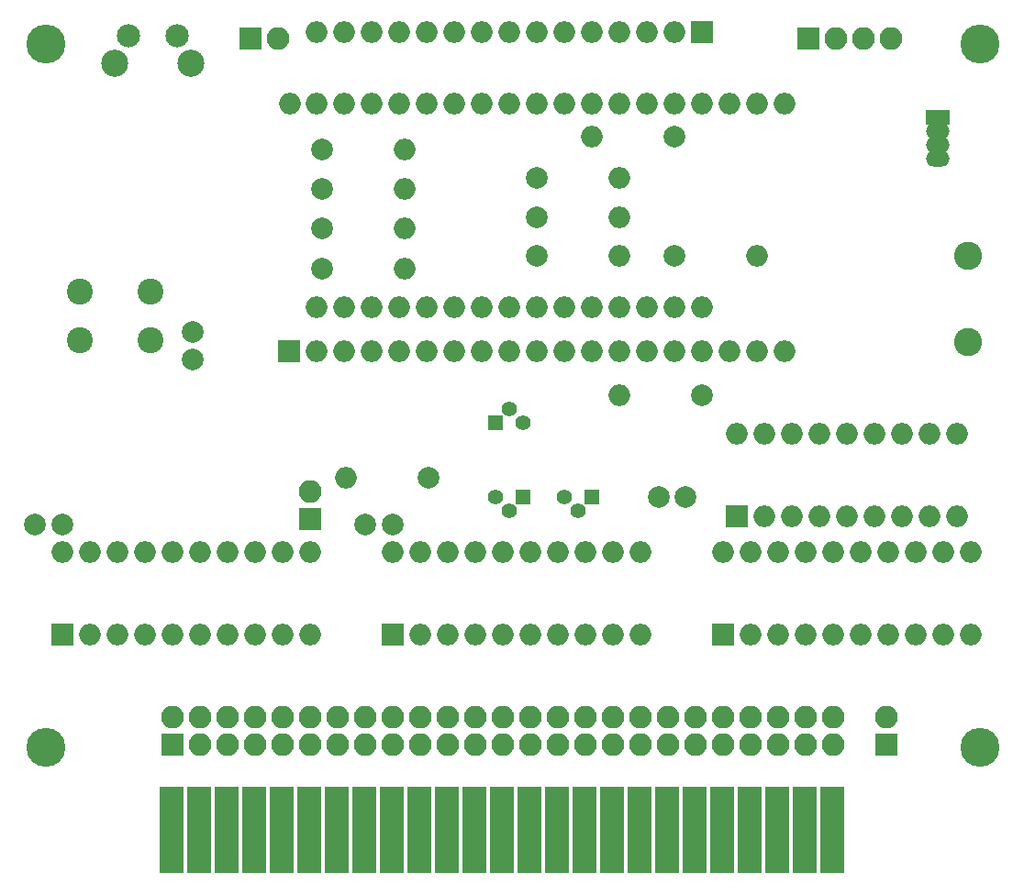
<source format=gbr>
G04 #@! TF.GenerationSoftware,KiCad,Pcbnew,(5.1.5)-3*
G04 #@! TF.CreationDate,2021-08-30T09:07:39+12:00*
G04 #@! TF.ProjectId,TRSIO,54525349-4f2e-46b6-9963-61645f706362,rev?*
G04 #@! TF.SameCoordinates,Original*
G04 #@! TF.FileFunction,Soldermask,Top*
G04 #@! TF.FilePolarity,Negative*
%FSLAX46Y46*%
G04 Gerber Fmt 4.6, Leading zero omitted, Abs format (unit mm)*
G04 Created by KiCad (PCBNEW (5.1.5)-3) date 2021-08-30 09:07:39*
%MOMM*%
%LPD*%
G04 APERTURE LIST*
%ADD10C,2.600000*%
%ADD11C,3.600000*%
%ADD12R,2.000000X2.000000*%
%ADD13O,2.000000X2.000000*%
%ADD14C,2.000000*%
%ADD15R,2.200000X1.470000*%
%ADD16O,2.200000X1.470000*%
%ADD17C,1.400000*%
%ADD18R,1.400000X1.400000*%
%ADD19C,2.400000*%
%ADD20R,2.100000X2.100000*%
%ADD21O,2.100000X2.100000*%
%ADD22C,2.500000*%
%ADD23C,2.150000*%
%ADD24R,2.178000X8.020000*%
G04 APERTURE END LIST*
D10*
X214376000Y-100012500D03*
X214376000Y-92075000D03*
D11*
X215519000Y-137414000D03*
X129286000Y-137414000D03*
X215519000Y-72517000D03*
X129286000Y-72517000D03*
D12*
X189865000Y-71374000D03*
D13*
X187325000Y-71374000D03*
X184785000Y-71374000D03*
X182245000Y-71374000D03*
X179705000Y-71374000D03*
X177165000Y-71374000D03*
X154305000Y-96774000D03*
X174625000Y-71374000D03*
X156845000Y-96774000D03*
X172085000Y-71374000D03*
X159385000Y-96774000D03*
X169545000Y-71374000D03*
X161925000Y-96774000D03*
X167005000Y-71374000D03*
X164465000Y-96774000D03*
X164465000Y-71374000D03*
X167005000Y-96774000D03*
X161925000Y-71374000D03*
X169545000Y-96774000D03*
X159385000Y-71374000D03*
X172085000Y-96774000D03*
X156845000Y-71374000D03*
X174625000Y-96774000D03*
X154305000Y-71374000D03*
X177165000Y-96774000D03*
X179705000Y-96774000D03*
X182245000Y-96774000D03*
X184785000Y-96774000D03*
X187325000Y-96774000D03*
X189865000Y-96774000D03*
D14*
X130810000Y-116840000D03*
X128310000Y-116840000D03*
X161290000Y-116840000D03*
X158790000Y-116840000D03*
X188341000Y-114300000D03*
X185841000Y-114300000D03*
X142875000Y-101600000D03*
X142875000Y-99100000D03*
D15*
X211582000Y-79311500D03*
D16*
X211582000Y-80581500D03*
X211582000Y-81851500D03*
X211582000Y-83121500D03*
D17*
X172085000Y-106172000D03*
X173355000Y-107442000D03*
D18*
X170815000Y-107442000D03*
D17*
X172085000Y-115570000D03*
X170815000Y-114300000D03*
D18*
X173355000Y-114300000D03*
D17*
X178435000Y-115570000D03*
X177165000Y-114300000D03*
D18*
X179705000Y-114300000D03*
D14*
X174625000Y-84899500D03*
D13*
X182245000Y-84899500D03*
D14*
X174625000Y-88519000D03*
D13*
X182245000Y-88519000D03*
D14*
X174625000Y-92075000D03*
D13*
X182245000Y-92075000D03*
D19*
X132461000Y-99877000D03*
X132461000Y-95377000D03*
X138961000Y-99877000D03*
X138961000Y-95377000D03*
D12*
X191770000Y-127000000D03*
D13*
X214630000Y-119380000D03*
X194310000Y-127000000D03*
X212090000Y-119380000D03*
X196850000Y-127000000D03*
X209550000Y-119380000D03*
X199390000Y-127000000D03*
X207010000Y-119380000D03*
X201930000Y-127000000D03*
X204470000Y-119380000D03*
X204470000Y-127000000D03*
X201930000Y-119380000D03*
X207010000Y-127000000D03*
X199390000Y-119380000D03*
X209550000Y-127000000D03*
X196850000Y-119380000D03*
X212090000Y-127000000D03*
X194310000Y-119380000D03*
X214630000Y-127000000D03*
X191770000Y-119380000D03*
D12*
X161290000Y-127000000D03*
D13*
X184150000Y-119380000D03*
X163830000Y-127000000D03*
X181610000Y-119380000D03*
X166370000Y-127000000D03*
X179070000Y-119380000D03*
X168910000Y-127000000D03*
X176530000Y-119380000D03*
X171450000Y-127000000D03*
X173990000Y-119380000D03*
X173990000Y-127000000D03*
X171450000Y-119380000D03*
X176530000Y-127000000D03*
X168910000Y-119380000D03*
X179070000Y-127000000D03*
X166370000Y-119380000D03*
X181610000Y-127000000D03*
X163830000Y-119380000D03*
X184150000Y-127000000D03*
X161290000Y-119380000D03*
D12*
X130810000Y-127000000D03*
D13*
X153670000Y-119380000D03*
X133350000Y-127000000D03*
X151130000Y-119380000D03*
X135890000Y-127000000D03*
X148590000Y-119380000D03*
X138430000Y-127000000D03*
X146050000Y-119380000D03*
X140970000Y-127000000D03*
X143510000Y-119380000D03*
X143510000Y-127000000D03*
X140970000Y-119380000D03*
X146050000Y-127000000D03*
X138430000Y-119380000D03*
X148590000Y-127000000D03*
X135890000Y-119380000D03*
X151130000Y-127000000D03*
X133350000Y-119380000D03*
X153670000Y-127000000D03*
X130810000Y-119380000D03*
D20*
X140970000Y-137160000D03*
D21*
X140970000Y-134620000D03*
X143510000Y-137160000D03*
X143510000Y-134620000D03*
X146050000Y-137160000D03*
X146050000Y-134620000D03*
X148590000Y-137160000D03*
X148590000Y-134620000D03*
X151130000Y-137160000D03*
X151130000Y-134620000D03*
X153670000Y-137160000D03*
X153670000Y-134620000D03*
X156210000Y-137160000D03*
X156210000Y-134620000D03*
X158750000Y-137160000D03*
X158750000Y-134620000D03*
X161290000Y-137160000D03*
X161290000Y-134620000D03*
X163830000Y-137160000D03*
X163830000Y-134620000D03*
X166370000Y-137160000D03*
X166370000Y-134620000D03*
X168910000Y-137160000D03*
X168910000Y-134620000D03*
X171450000Y-137160000D03*
X171450000Y-134620000D03*
X173990000Y-137160000D03*
X173990000Y-134620000D03*
X176530000Y-137160000D03*
X176530000Y-134620000D03*
X179070000Y-137160000D03*
X179070000Y-134620000D03*
X181610000Y-137160000D03*
X181610000Y-134620000D03*
X184150000Y-137160000D03*
X184150000Y-134620000D03*
X186690000Y-137160000D03*
X186690000Y-134620000D03*
X189230000Y-137160000D03*
X189230000Y-134620000D03*
X191770000Y-137160000D03*
X191770000Y-134620000D03*
X194310000Y-137160000D03*
X194310000Y-134620000D03*
X196850000Y-137160000D03*
X196850000Y-134620000D03*
X199390000Y-137160000D03*
X199390000Y-134620000D03*
X201930000Y-137160000D03*
X201930000Y-134620000D03*
D12*
X151765000Y-100838000D03*
D13*
X154305000Y-100838000D03*
X197485000Y-77978000D03*
X156845000Y-100838000D03*
X194945000Y-77978000D03*
X159385000Y-100838000D03*
X192405000Y-77978000D03*
X161925000Y-100838000D03*
X189865000Y-77978000D03*
X164465000Y-100838000D03*
X187325000Y-77978000D03*
X167005000Y-100838000D03*
X184785000Y-77978000D03*
X169545000Y-100838000D03*
X182245000Y-77978000D03*
X172085000Y-100838000D03*
X179705000Y-77978000D03*
X174625000Y-100838000D03*
X177165000Y-77978000D03*
X177165000Y-100838000D03*
X174625000Y-77978000D03*
X179705000Y-100838000D03*
X172085000Y-77978000D03*
X182245000Y-100838000D03*
X169545000Y-77978000D03*
X184785000Y-100838000D03*
X167005000Y-77978000D03*
X187325000Y-100838000D03*
X164465000Y-77978000D03*
X189865000Y-100838000D03*
X161925000Y-77978000D03*
X192405000Y-100838000D03*
X159385000Y-77978000D03*
X194945000Y-100838000D03*
X156845000Y-77978000D03*
X197485000Y-100838000D03*
X154305000Y-77978000D03*
X151828500Y-77978000D03*
D20*
X206883000Y-137160000D03*
D21*
X206883000Y-134620000D03*
D20*
X148209000Y-72009000D03*
D21*
X150749000Y-72009000D03*
D20*
X199644000Y-72009000D03*
D21*
X202184000Y-72009000D03*
X204724000Y-72009000D03*
X207264000Y-72009000D03*
D22*
X142666000Y-74245000D03*
D23*
X141406000Y-71755000D03*
X136906000Y-71755000D03*
D22*
X135656000Y-74245000D03*
D20*
X153670000Y-116332000D03*
D21*
X153670000Y-113792000D03*
D14*
X164592000Y-112522000D03*
D13*
X156972000Y-112522000D03*
D24*
X201866500Y-145097500D03*
X199326500Y-145097500D03*
X196786500Y-145097500D03*
X194246500Y-145097500D03*
X191706500Y-145097500D03*
X189166500Y-145097500D03*
X186626500Y-145097500D03*
X184086500Y-145097500D03*
X181546500Y-145097500D03*
X179006500Y-145097500D03*
X176466500Y-145097500D03*
X173926500Y-145097500D03*
X171386500Y-145097500D03*
X168846500Y-145097500D03*
X166306500Y-145097500D03*
X163766500Y-145097500D03*
X161226500Y-145097500D03*
X158686500Y-145097500D03*
X156146500Y-145097500D03*
X153606500Y-145097500D03*
X151066500Y-145097500D03*
X148526500Y-145097500D03*
X145986500Y-145097500D03*
X143446500Y-145097500D03*
X140906500Y-145097500D03*
D14*
X189801500Y-104965500D03*
D13*
X182181500Y-104965500D03*
X162433000Y-89535000D03*
D14*
X154813000Y-89535000D03*
X154813000Y-93218000D03*
D13*
X162433000Y-93218000D03*
X194945000Y-92075000D03*
D14*
X187325000Y-92075000D03*
X154813000Y-85852000D03*
D13*
X162433000Y-85852000D03*
X162433000Y-82232500D03*
D14*
X154813000Y-82232500D03*
D13*
X193040000Y-108521500D03*
X213360000Y-116141500D03*
X195580000Y-108521500D03*
X210820000Y-116141500D03*
X198120000Y-108521500D03*
X208280000Y-116141500D03*
X200660000Y-108521500D03*
X205740000Y-116141500D03*
X203200000Y-108521500D03*
X203200000Y-116141500D03*
X205740000Y-108521500D03*
X200660000Y-116141500D03*
X208280000Y-108521500D03*
X198120000Y-116141500D03*
X210820000Y-108521500D03*
X195580000Y-116141500D03*
X213360000Y-108521500D03*
D12*
X193040000Y-116141500D03*
D13*
X179705000Y-81089500D03*
D14*
X187325000Y-81089500D03*
M02*

</source>
